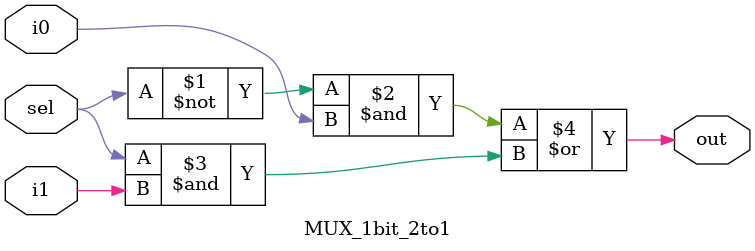
<source format=v>
module MUX_1bit_2to1 (
    input i0, i1, sel,
    output out
);
    assign out = (~sel & i0) | (sel & i1);
endmodule

</source>
